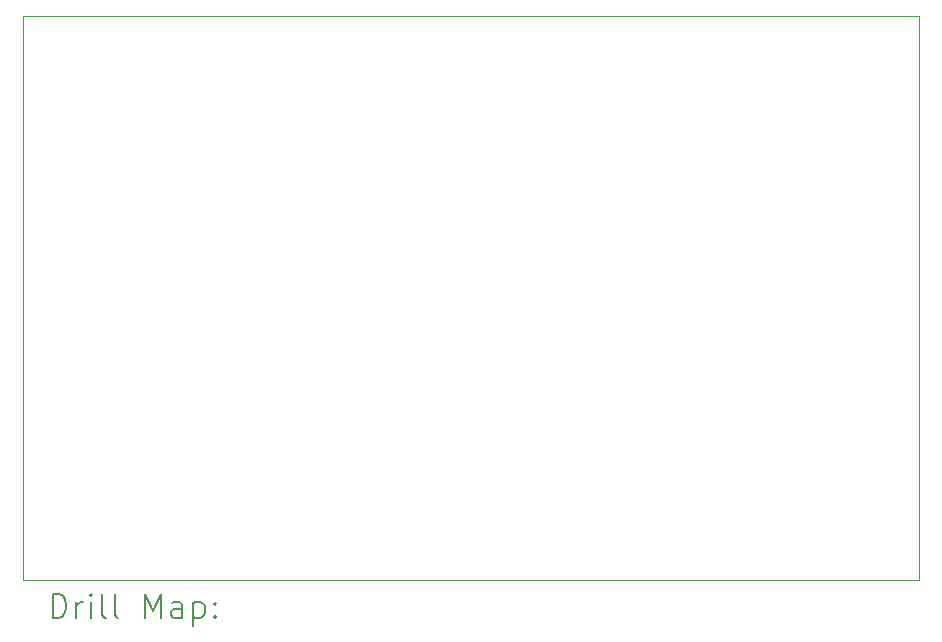
<source format=gbr>
%TF.GenerationSoftware,KiCad,Pcbnew,(6.0.11)*%
%TF.CreationDate,2023-06-14T00:40:48+03:00*%
%TF.ProjectId,flyback_48V_48W,666c7962-6163-46b5-9f34-38565f343857,rev?*%
%TF.SameCoordinates,Original*%
%TF.FileFunction,Drillmap*%
%TF.FilePolarity,Positive*%
%FSLAX45Y45*%
G04 Gerber Fmt 4.5, Leading zero omitted, Abs format (unit mm)*
G04 Created by KiCad (PCBNEW (6.0.11)) date 2023-06-14 00:40:48*
%MOMM*%
%LPD*%
G01*
G04 APERTURE LIST*
%ADD10C,0.100000*%
%ADD11C,0.200000*%
G04 APERTURE END LIST*
D10*
X10070000Y-3700000D02*
X17657000Y-3700000D01*
X17657000Y-3700000D02*
X17657000Y-8480000D01*
X17657000Y-8480000D02*
X10070000Y-8480000D01*
X10070000Y-8480000D02*
X10070000Y-3700000D01*
D11*
X10322619Y-8795476D02*
X10322619Y-8595476D01*
X10370238Y-8595476D01*
X10398810Y-8605000D01*
X10417857Y-8624048D01*
X10427381Y-8643095D01*
X10436905Y-8681190D01*
X10436905Y-8709762D01*
X10427381Y-8747857D01*
X10417857Y-8766905D01*
X10398810Y-8785952D01*
X10370238Y-8795476D01*
X10322619Y-8795476D01*
X10522619Y-8795476D02*
X10522619Y-8662143D01*
X10522619Y-8700238D02*
X10532143Y-8681190D01*
X10541667Y-8671667D01*
X10560714Y-8662143D01*
X10579762Y-8662143D01*
X10646429Y-8795476D02*
X10646429Y-8662143D01*
X10646429Y-8595476D02*
X10636905Y-8605000D01*
X10646429Y-8614524D01*
X10655952Y-8605000D01*
X10646429Y-8595476D01*
X10646429Y-8614524D01*
X10770238Y-8795476D02*
X10751190Y-8785952D01*
X10741667Y-8766905D01*
X10741667Y-8595476D01*
X10875000Y-8795476D02*
X10855952Y-8785952D01*
X10846429Y-8766905D01*
X10846429Y-8595476D01*
X11103571Y-8795476D02*
X11103571Y-8595476D01*
X11170238Y-8738333D01*
X11236905Y-8595476D01*
X11236905Y-8795476D01*
X11417857Y-8795476D02*
X11417857Y-8690714D01*
X11408333Y-8671667D01*
X11389286Y-8662143D01*
X11351190Y-8662143D01*
X11332143Y-8671667D01*
X11417857Y-8785952D02*
X11398809Y-8795476D01*
X11351190Y-8795476D01*
X11332143Y-8785952D01*
X11322619Y-8766905D01*
X11322619Y-8747857D01*
X11332143Y-8728810D01*
X11351190Y-8719286D01*
X11398809Y-8719286D01*
X11417857Y-8709762D01*
X11513095Y-8662143D02*
X11513095Y-8862143D01*
X11513095Y-8671667D02*
X11532143Y-8662143D01*
X11570238Y-8662143D01*
X11589286Y-8671667D01*
X11598809Y-8681190D01*
X11608333Y-8700238D01*
X11608333Y-8757381D01*
X11598809Y-8776429D01*
X11589286Y-8785952D01*
X11570238Y-8795476D01*
X11532143Y-8795476D01*
X11513095Y-8785952D01*
X11694048Y-8776429D02*
X11703571Y-8785952D01*
X11694048Y-8795476D01*
X11684524Y-8785952D01*
X11694048Y-8776429D01*
X11694048Y-8795476D01*
X11694048Y-8671667D02*
X11703571Y-8681190D01*
X11694048Y-8690714D01*
X11684524Y-8681190D01*
X11694048Y-8671667D01*
X11694048Y-8690714D01*
M02*

</source>
